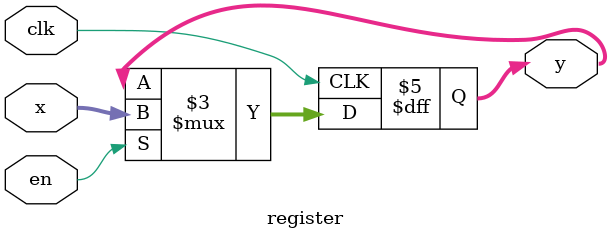
<source format=v>
`timescale 1ns / 1ps

//¼Ä´æÆ÷
module register
    #(parameter MSB = 5)
    (
    input clk,
    input en,
    input [MSB:0] x,
    output reg [MSB:0] y
    );
    
    always @(posedge clk)
    begin
    if(en==1)
        y<=x;
    end
    
endmodule

</source>
